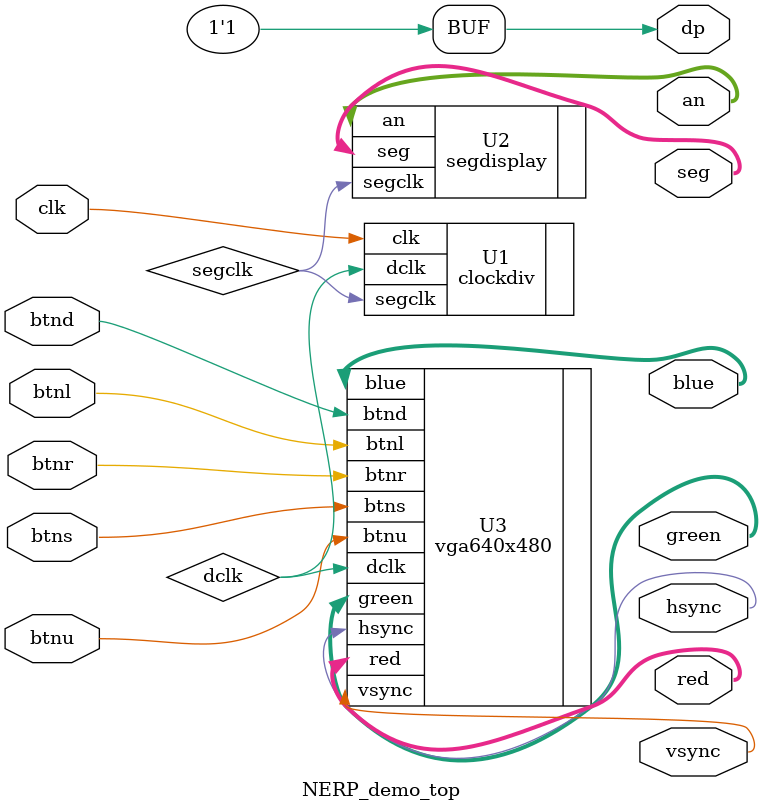
<source format=v>
`timescale 1ns / 1ps
module NERP_demo_top(
	input wire clk,			//master clock = 50MHz
	input wire btns,
	input wire btnu,
	input wire btnd,
	input wire btnl,
	input wire btnr,
	output wire [6:0] seg,	//7-segment display LEDs
	output wire [3:0] an,	//7-segment display anode enable
	output wire dp,			//7-segment display decimal point
	output wire [2:0] red,	//red vga output - 3 bits
	output wire [2:0] green,//green vga output - 3 bits
	output wire [1:0] blue,	//blue vga output - 2 bits
	output wire hsync,		//horizontal sync out
	output wire vsync			//vertical sync out
	);

// 7-segment clock interconnect
wire segclk;

// VGA display clock interconnect
wire dclk;

// disable the 7-segment decimal points
assign dp = 1;

// generate 7-segment clock & display clock
clockdiv U1(
	.clk(clk),
	.segclk(segclk),
	.dclk(dclk)
	);

// 7-segment display controller
segdisplay U2(
	.segclk(segclk),
	.seg(seg),
	.an(an)
	);

// VGA controller
vga640x480 U3(
	.dclk(dclk),
  .btns(btns),
  .btnu(btnu),
  .btnd(btnd),
  .btnl(btnl),
  .btnr(btnr),
  
	.hsync(hsync),
	.vsync(vsync),
	.red(red),
	.green(green),
	.blue(blue)
	);

endmodule

</source>
